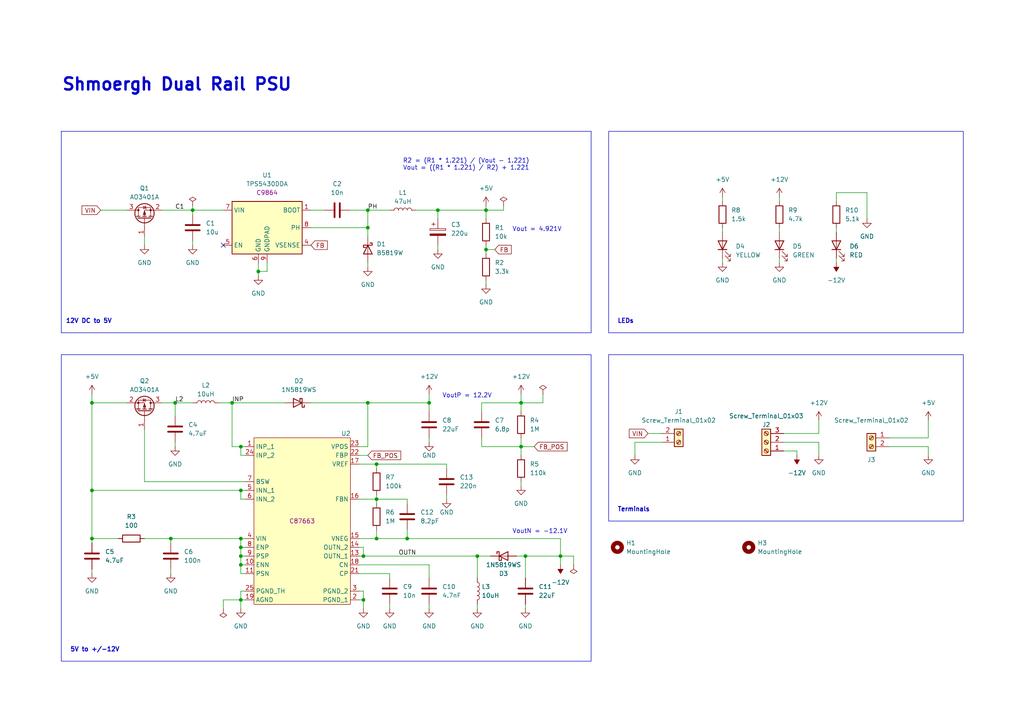
<source format=kicad_sch>
(kicad_sch (version 20230121) (generator eeschema)
  (paper "A4")
  (lib_symbols
    (symbol "Connector:Screw_Terminal_01x02" (pin_names (offset 1.016) hide)
      (property "Reference" "J" (at 0 2.54 0))
      (property "Value" "Screw_Terminal_01x02" (at 0 -5.08 0))
      (symbol "Screw_Terminal_01x02_1_1"
        (rectangle (start -1.27 1.27) (end 1.27 -3.81) (stroke (width 0.254)) (fill (type background)))
        (circle (center 0 -2.54) (radius 0.635) (stroke (width 0.1524)))
        (polyline (pts (xy -0.5334 -2.2098) (xy 0.3302 -3.048)) (stroke (width 0.1524)))
        (polyline (pts (xy -0.5334 0.3302) (xy 0.3302 -0.508)) (stroke (width 0.1524)))
        (polyline (pts (xy -0.3556 -2.032) (xy 0.508 -2.8702)) (stroke (width 0.1524)))
        (polyline (pts (xy -0.3556 0.508) (xy 0.508 -0.3302)) (stroke (width 0.1524)))
        (circle (center 0 0) (radius 0.635) (stroke (width 0.1524)))
        (pin passive line (at -5.08 0 0) (length 3.81) (name "Pin_1") (number "1"))
        (pin passive line (at -5.08 -2.54 0) (length 3.81) (name "Pin_2") (number "2"))
      )
    )
    (symbol "Connector:Screw_Terminal_01x03" (pin_names (offset 1.016) hide)
      (property "Reference" "J" (at 0 5.08 0))
      (property "Value" "Screw_Terminal_01x03" (at 0 -5.08 0))
      (symbol "Screw_Terminal_01x03_1_1"
        (rectangle (start -1.27 3.81) (end 1.27 -3.81) (stroke (width 0.254)) (fill (type background)))
        (circle (center 0 -2.54) (radius 0.635) (stroke (width 0.1524)))
        (polyline (pts (xy -0.5334 -2.2098) (xy 0.3302 -3.048)) (stroke (width 0.1524)))
        (polyline (pts (xy -0.5334 0.3302) (xy 0.3302 -0.508)) (stroke (width 0.1524)))
        (polyline (pts (xy -0.5334 2.8702) (xy 0.3302 2.032)) (stroke (width 0.1524)))
        (polyline (pts (xy -0.3556 -2.032) (xy 0.508 -2.8702)) (stroke (width 0.1524)))
        (polyline (pts (xy -0.3556 0.508) (xy 0.508 -0.3302)) (stroke (width 0.1524)))
        (polyline (pts (xy -0.3556 3.048) (xy 0.508 2.2098)) (stroke (width 0.1524)))
        (circle (center 0 0) (radius 0.635) (stroke (width 0.1524)))
        (circle (center 0 2.54) (radius 0.635) (stroke (width 0.1524)))
        (pin passive line (at -5.08 2.54 0) (length 3.81) (name "Pin_1") (number "1"))
        (pin passive line (at -5.08 0 0) (length 3.81) (name "Pin_2") (number "2"))
        (pin passive line (at -5.08 -2.54 0) (length 3.81) (name "Pin_3") (number "3"))
      )
    )
    (symbol "Device:C" (pin_numbers hide) (pin_names (offset 0.254))
      (property "Reference" "C" (at 0.635 2.54 0))
      (property "Value" "C" (at 0.635 -2.54 0))
      (symbol "C_0_1"
        (polyline (pts (xy -2.032 -0.762) (xy 2.032 -0.762)) (stroke (width 0.508)))
        (polyline (pts (xy -2.032 0.762) (xy 2.032 0.762)) (stroke (width 0.508)))
      )
      (symbol "C_1_1"
        (pin passive line (at 0 3.81 270) (length 2.794) (name "~") (number "1"))
        (pin passive line (at 0 -3.81 90) (length 2.794) (name "~") (number "2"))
      )
    )
    (symbol "Device:C_Polarized" (pin_numbers hide) (pin_names (offset 0.254))
      (property "Reference" "C" (at 0.635 2.54 0))
      (property "Value" "C_Polarized" (at 0.635 -2.54 0))
      (symbol "C_Polarized_0_1"
        (rectangle (start -2.286 0.508) (end 2.286 1.016))
        (polyline (pts (xy -1.778 2.286) (xy -0.762 2.286)))
        (polyline (pts (xy -1.27 2.794) (xy -1.27 1.778)))
        (rectangle (start 2.286 -0.508) (end -2.286 -1.016) (fill (type outline)))
      )
      (symbol "C_Polarized_1_1"
        (pin passive line (at 0 3.81 270) (length 2.794) (name "~") (number "1"))
        (pin passive line (at 0 -3.81 90) (length 2.794) (name "~") (number "2"))
      )
    )
    (symbol "Device:D_Schottky" (pin_numbers hide) (pin_names (offset 1.016) hide)
      (property "Reference" "D" (at 0 2.54 0))
      (property "Value" "D_Schottky" (at 0 -2.54 0))
      (symbol "D_Schottky_0_1"
        (polyline (pts (xy 1.27 0) (xy -1.27 0)))
        (polyline (pts (xy 1.27 1.27) (xy 1.27 -1.27) (xy -1.27 0) (xy 1.27 1.27)) (stroke (width 0.254)))
        (polyline (pts (xy -1.905 0.635) (xy -1.905 1.27) (xy -1.27 1.27) (xy -1.27 -1.27) (xy -0.635 -1.27) (xy -0.635 -0.635)) (stroke (width 0.254)))
      )
      (symbol "D_Schottky_1_1"
        (pin passive line (at -3.81 0 0) (length 2.54) (name "K") (number "1"))
        (pin passive line (at 3.81 0 180) (length 2.54) (name "A") (number "2"))
      )
    )
    (symbol "Device:L" (pin_numbers hide) (pin_names (offset 1.016) hide)
      (property "Reference" "L" (at -1.27 0 90))
      (property "Value" "L" (at 1.905 0 90))
      (symbol "L_0_1"
        (arc (start 0 -2.54) (mid 0.6323 -1.905) (end 0 -1.27))
        (arc (start 0 -1.27) (mid 0.6323 -0.635) (end 0 0))
        (arc (start 0 0) (mid 0.6323 0.635) (end 0 1.27))
        (arc (start 0 1.27) (mid 0.6323 1.905) (end 0 2.54))
      )
      (symbol "L_1_1"
        (pin passive line (at 0 3.81 270) (length 1.27) (name "1") (number "1"))
        (pin passive line (at 0 -3.81 90) (length 1.27) (name "2") (number "2"))
      )
    )
    (symbol "Device:LED" (pin_numbers hide) (pin_names (offset 1.016) hide)
      (property "Reference" "D" (at 0 2.54 0))
      (property "Value" "LED" (at 0 -2.54 0))
      (symbol "LED_0_1"
        (polyline (pts (xy -1.27 -1.27) (xy -1.27 1.27)) (stroke (width 0.254)))
        (polyline (pts (xy -1.27 0) (xy 1.27 0)))
        (polyline (pts (xy 1.27 -1.27) (xy 1.27 1.27) (xy -1.27 0) (xy 1.27 -1.27)) (stroke (width 0.254)))
        (polyline (pts (xy -3.048 -0.762) (xy -4.572 -2.286) (xy -3.81 -2.286) (xy -4.572 -2.286) (xy -4.572 -1.524)))
        (polyline (pts (xy -1.778 -0.762) (xy -3.302 -2.286) (xy -2.54 -2.286) (xy -3.302 -2.286) (xy -3.302 -1.524)))
      )
      (symbol "LED_1_1"
        (pin passive line (at -3.81 0 0) (length 2.54) (name "K") (number "1"))
        (pin passive line (at 3.81 0 180) (length 2.54) (name "A") (number "2"))
      )
    )
    (symbol "Device:R" (pin_numbers hide) (pin_names (offset 0))
      (property "Reference" "R" (at 2.032 0 90))
      (property "Value" "R" (at 0 0 90))
      (symbol "R_0_1"
        (rectangle (start -1.016 -2.54) (end 1.016 2.54) (stroke (width 0.254)))
      )
      (symbol "R_1_1"
        (pin passive line (at 0 3.81 270) (length 1.27) (name "~") (number "1"))
        (pin passive line (at 0 -3.81 90) (length 1.27) (name "~") (number "2"))
      )
    )
    (symbol "Diode:B340" (pin_numbers hide) (pin_names (offset 1.016) hide)
      (property "Reference" "D" (at 0 2.54 0))
      (property "Value" "B340" (at 0 -2.54 0))
      (symbol "B340_0_1"
        (polyline (pts (xy 1.27 0) (xy -1.27 0)))
        (polyline (pts (xy 1.27 1.27) (xy 1.27 -1.27) (xy -1.27 0) (xy 1.27 1.27)) (stroke (width 0.254)))
        (polyline (pts (xy -1.905 0.635) (xy -1.905 1.27) (xy -1.27 1.27) (xy -1.27 -1.27) (xy -0.635 -1.27) (xy -0.635 -0.635)) (stroke (width 0.254)))
      )
      (symbol "B340_1_1"
        (pin passive line (at -3.81 0 0) (length 2.54) (name "K") (number "1"))
        (pin passive line (at 3.81 0 180) (length 2.54) (name "A") (number "2"))
      )
    )
    (symbol "Mechanical:MountingHole" (pin_names (offset 1.016))
      (property "Reference" "H" (at 0 5.08 0))
      (property "Value" "MountingHole" (at 0 3.175 0))
      (symbol "MountingHole_0_1"
        (circle (center 0 0) (radius 1.27) (stroke (width 1.27)))
      )
    )
    (symbol "Shmoergh-JLC-Components:TPS5430DDA"
      (property "Reference" "U" (at -10.16 8.89 0))
      (property "Value" "TPS5430DDA" (at -1.27 8.89 0))
      (property "LCSC" "C9864" (at 0 0 0))
      (symbol "TPS5430DDA_0_1"
        (rectangle (start -10.16 7.62) (end 10.16 -7.62) (stroke (width 0.254)) (fill (type background)))
      )
      (symbol "TPS5430DDA_1_1"
        (pin input line (at 12.7 5.08 180) (length 2.54) (name "BOOT") (number "1"))
        (pin no_connect line (at -10.16 2.54 0) (length 2.54) hide (name "NC") (number "2"))
        (pin no_connect line (at -10.16 -2.54 0) (length 2.54) hide (name "NC") (number "3"))
        (pin input line (at 12.7 -5.08 180) (length 2.54) (name "VSENSE") (number "4"))
        (pin input line (at -12.7 -5.08 0) (length 2.54) (name "EN") (number "5"))
        (pin power_in line (at -2.54 -10.16 90) (length 2.54) (name "GND") (number "6"))
        (pin power_in line (at -12.7 5.08 0) (length 2.54) (name "VIN") (number "7"))
        (pin output line (at 12.7 0 180) (length 2.54) (name "PH") (number "8"))
        (pin power_in line (at 0 -10.16 90) (length 2.54) (name "GNDPAD") (number "9"))
      )
    )
    (symbol "Shmoergh-JLC-Components:TPS65131RGER (Schematic)"
      (property "Reference" "U" (at 11.43 25.4 0))
      (property "Value" "TPS65131RGER (Schematic)" (at 1.27 33.02 0))
      (property "LCSC" "C87663" (at -6.35 25.4 0))
      (symbol "TPS65131RGER (Schematic)_1_1"
        (rectangle (start -13.97 24.13) (end 13.97 -24.13) (fill (type background)))
        (pin input line (at -16.51 21.59 0) (length 2.54) (name "INP_1") (number "1"))
        (pin input line (at -16.51 -12.7 0) (length 2.54) (name "ENN") (number "10"))
        (pin input line (at -16.51 -15.24 0) (length 2.54) (name "PSN") (number "11"))
        (pin no_connect line (at 16.51 13.97 180) (length 2.54) hide (name "NC1") (number "12"))
        (pin output line (at 16.51 -10.16 180) (length 2.54) (name "OUTN_1") (number "13"))
        (pin output line (at 16.51 -7.62 180) (length 2.54) (name "OUTN_2") (number "14"))
        (pin input line (at 16.51 -5.08 180) (length 2.54) (name "VNEG") (number "15"))
        (pin input line (at 16.51 6.35 180) (length 2.54) (name "FBN") (number "16"))
        (pin output line (at 16.51 16.51 180) (length 2.54) (name "VREF") (number "17"))
        (pin passive line (at 16.51 -12.7 180) (length 2.54) (name "CN") (number "18"))
        (pin power_in line (at -16.51 -22.86 0) (length 2.54) (name "AGND") (number "19"))
        (pin power_in line (at 16.51 -22.86 180) (length 2.54) (name "PGND_1") (number "2"))
        (pin no_connect line (at 16.51 11.43 180) (length 2.54) hide (name "NC2") (number "20"))
        (pin passive line (at 16.51 -15.24 180) (length 2.54) (name "CP") (number "21"))
        (pin input line (at 16.51 19.05 180) (length 2.54) (name "FBP") (number "22"))
        (pin input line (at 16.51 21.59 180) (length 2.54) (name "VPOS") (number "23"))
        (pin input line (at -16.51 19.05 0) (length 2.54) (name "INP_2") (number "24"))
        (pin power_in line (at -16.51 -20.32 0) (length 2.54) (name "PGND_TH") (number "25"))
        (pin power_in line (at 16.51 -20.32 180) (length 2.54) (name "PGND_2") (number "3"))
        (pin input line (at -16.51 -5.08 0) (length 2.54) (name "VIN") (number "4"))
        (pin input line (at -16.51 8.89 0) (length 2.54) (name "INN_1") (number "5"))
        (pin input line (at -16.51 6.35 0) (length 2.54) (name "INN_2") (number "6"))
        (pin output line (at -16.51 11.43 0) (length 2.54) (name "BSW") (number "7"))
        (pin input line (at -16.51 -7.62 0) (length 2.54) (name "ENP") (number "8"))
        (pin input line (at -16.51 -10.16 0) (length 2.54) (name "PSP") (number "9"))
      )
    )
    (symbol "Transistor_FET:AO3401A" (pin_names hide)
      (property "Reference" "Q" (at 5.08 1.905 0))
      (property "Value" "AO3401A" (at 5.08 0 0))
      (symbol "AO3401A_0_1"
        (polyline (pts (xy 0.254 0) (xy -2.54 0)))
        (polyline (pts (xy 0.254 1.905) (xy 0.254 -1.905)) (stroke (width 0.254)))
        (polyline (pts (xy 0.762 -1.27) (xy 0.762 -2.286)) (stroke (width 0.254)))
        (polyline (pts (xy 0.762 0.508) (xy 0.762 -0.508)) (stroke (width 0.254)))
        (polyline (pts (xy 0.762 2.286) (xy 0.762 1.27)) (stroke (width 0.254)))
        (polyline (pts (xy 2.54 2.54) (xy 2.54 1.778)))
        (polyline (pts (xy 2.54 -2.54) (xy 2.54 0) (xy 0.762 0)))
        (polyline (pts (xy 0.762 1.778) (xy 3.302 1.778) (xy 3.302 -1.778) (xy 0.762 -1.778)))
        (polyline (pts (xy 2.286 0) (xy 1.27 0.381) (xy 1.27 -0.381) (xy 2.286 0)) (fill (type outline)))
        (polyline (pts (xy 2.794 -0.508) (xy 2.921 -0.381) (xy 3.683 -0.381) (xy 3.81 -0.254)))
        (polyline (pts (xy 3.302 -0.381) (xy 2.921 0.254) (xy 3.683 0.254) (xy 3.302 -0.381)))
        (circle (center 1.651 0) (radius 2.794) (stroke (width 0.254)))
        (circle (center 2.54 -1.778) (radius 0.254) (fill (type outline)))
        (circle (center 2.54 1.778) (radius 0.254) (fill (type outline)))
      )
      (symbol "AO3401A_1_1"
        (pin input line (at -5.08 0 0) (length 2.54) (name "G") (number "1"))
        (pin passive line (at 2.54 -5.08 90) (length 2.54) (name "S") (number "2"))
        (pin passive line (at 2.54 5.08 270) (length 2.54) (name "D") (number "3"))
      )
    )
    (symbol "power:+12V" (power) (pin_names (offset 0))
      (property "Value" "+12V" (at 0 3.556 0))
      (symbol "+12V_0_1"
        (polyline (pts (xy -0.762 1.27) (xy 0 2.54)))
        (polyline (pts (xy 0 0) (xy 0 2.54)))
        (polyline (pts (xy 0 2.54) (xy 0.762 1.27)))
      )
      (symbol "+12V_1_1"
        (pin power_in line (at 0 0 90) (length 0) hide (name "+12V") (number "1"))
      )
    )
    (symbol "power:+5V" (power) (pin_names (offset 0))
      (property "Value" "+5V" (at 0 3.556 0))
      (symbol "+5V_0_1"
        (polyline (pts (xy -0.762 1.27) (xy 0 2.54)))
        (polyline (pts (xy 0 0) (xy 0 2.54)))
        (polyline (pts (xy 0 2.54) (xy 0.762 1.27)))
      )
      (symbol "+5V_1_1"
        (pin power_in line (at 0 0 90) (length 0) hide (name "+5V") (number "1"))
      )
    )
    (symbol "power:-12V" (power) (pin_names (offset 0))
      (property "Value" "-12V" (at 0 3.81 0))
      (symbol "-12V_0_0"
        (pin power_in line (at 0 0 90) (length 0) hide (name "-12V") (number "1"))
      )
      (symbol "-12V_0_1"
        (polyline (pts (xy 0 0) (xy 0 1.27) (xy 0.762 1.27) (xy 0 2.54) (xy -0.762 1.27) (xy 0 1.27)) (fill (type outline)))
      )
    )
    (symbol "power:GND" (power) (pin_names (offset 0))
      (property "Value" "GND" (at 0 -3.81 0))
      (symbol "GND_0_1"
        (polyline (pts (xy 0 0) (xy 0 -1.27) (xy 1.27 -1.27) (xy 0 -2.54) (xy -1.27 -1.27) (xy 0 -1.27)))
      )
      (symbol "GND_1_1"
        (pin power_in line (at 0 0 270) (length 0) hide (name "GND") (number "1"))
      )
    )
    (symbol "power:PWR_FLAG" (power) (pin_numbers hide) (pin_names (offset 0) hide)
      (property "Value" "PWR_FLAG" (at 0 3.81 0))
      (symbol "PWR_FLAG_0_0"
        (pin power_out line (at 0 0 90) (length 0) (name "pwr") (number "1"))
      )
      (symbol "PWR_FLAG_0_1"
        (polyline (pts (xy 0 0) (xy 0 1.27) (xy -1.016 1.905) (xy 0 2.54) (xy 1.016 1.905) (xy 0 1.27)))
      )
    )
  )
  (junction (at 49.53 156.21))
  (junction (at 55.88 60.96))
  (junction (at 69.85 173.99))
  (junction (at 106.68 60.96))
  (junction (at 105.41 161.29))
  (junction (at 50.8 116.84))
  (junction (at 106.68 66.04))
  (junction (at 69.85 163.83))
  (junction (at 140.97 72.39))
  (junction (at 106.68 116.84))
  (junction (at 69.85 129.54))
  (junction (at 118.11 156.21))
  (junction (at 152.4 161.29))
  (junction (at 109.22 134.62))
  (junction (at 151.13 116.84))
  (junction (at 109.22 156.21))
  (junction (at 162.56 161.29))
  (junction (at 69.85 161.29))
  (junction (at 67.31 116.84))
  (junction (at 26.67 156.21))
  (junction (at 138.43 161.29))
  (junction (at 69.85 156.21))
  (junction (at 26.67 142.24))
  (junction (at 69.85 142.24))
  (junction (at 69.85 158.75))
  (junction (at 109.22 144.78))
  (junction (at 127 60.96))
  (junction (at 26.67 116.84))
  (junction (at 140.97 60.96))
  (junction (at 151.13 129.54))
  (junction (at 124.46 116.84))
  (junction (at 105.41 173.99))
  (junction (at 74.93 78.74))
  (no_connect (at 64.77 71.12))
  (wire (pts (xy 105.41 161.29) (xy 138.43 161.29)))
  (wire (pts (xy 269.24 127) (xy 269.24 121.92)))
  (wire (pts (xy 139.7 116.84) (xy 151.13 116.84)))
  (wire (pts (xy 106.68 116.84) (xy 124.46 116.84)))
  (polyline (pts (xy 17.78 38.1) (xy 17.78 96.52)))
  (wire (pts (xy 69.85 163.83) (xy 69.85 161.29)))
  (wire (pts (xy 209.55 57.15) (xy 209.55 58.42)))
  (wire (pts (xy 138.43 161.29) (xy 142.24 161.29)))
  (wire (pts (xy 64.77 173.99) (xy 69.85 173.99)))
  (wire (pts (xy 140.97 72.39) (xy 143.51 72.39)))
  (wire (pts (xy 69.85 132.08) (xy 69.85 129.54)))
  (wire (pts (xy 46.99 116.84) (xy 50.8 116.84)))
  (wire (pts (xy 55.88 60.96) (xy 55.88 62.23)))
  (wire (pts (xy 55.88 69.85) (xy 55.88 71.12)))
  (wire (pts (xy 139.7 119.38) (xy 139.7 116.84)))
  (wire (pts (xy 64.77 60.96) (xy 55.88 60.96)))
  (wire (pts (xy 106.68 76.2) (xy 106.68 77.47)))
  (wire (pts (xy 146.05 60.96) (xy 140.97 60.96)))
  (wire (pts (xy 113.03 166.37) (xy 113.03 167.64)))
  (wire (pts (xy 237.49 121.92) (xy 237.49 125.73)))
  (wire (pts (xy 105.41 173.99) (xy 105.41 176.53)))
  (wire (pts (xy 269.24 132.08) (xy 269.24 129.54)))
  (wire (pts (xy 26.67 142.24) (xy 69.85 142.24)))
  (wire (pts (xy 151.13 129.54) (xy 154.94 129.54)))
  (wire (pts (xy 104.14 132.08) (xy 106.68 132.08)))
  (wire (pts (xy 151.13 114.3) (xy 151.13 116.84)))
  (wire (pts (xy 69.85 173.99) (xy 71.12 173.99)))
  (wire (pts (xy 50.8 128.27) (xy 50.8 129.54)))
  (wire (pts (xy 105.41 158.75) (xy 105.41 161.29)))
  (wire (pts (xy 140.97 71.12) (xy 140.97 72.39)))
  (polyline (pts (xy 171.45 96.52) (xy 17.78 96.52)))
  (wire (pts (xy 26.67 142.24) (xy 26.67 156.21)))
  (wire (pts (xy 124.46 167.64) (xy 124.46 163.83)))
  (wire (pts (xy 139.7 129.54) (xy 151.13 129.54)))
  (wire (pts (xy 29.21 60.96) (xy 36.83 60.96)))
  (wire (pts (xy 269.24 129.54) (xy 257.81 129.54)))
  (wire (pts (xy 124.46 175.26) (xy 124.46 176.53)))
  (wire (pts (xy 118.11 144.78) (xy 109.22 144.78)))
  (wire (pts (xy 106.68 68.58) (xy 106.68 66.04)))
  (wire (pts (xy 149.86 161.29) (xy 152.4 161.29)))
  (wire (pts (xy 109.22 144.78) (xy 109.22 143.51)))
  (wire (pts (xy 69.85 176.53) (xy 69.85 173.99)))
  (wire (pts (xy 26.67 156.21) (xy 26.67 157.48)))
  (wire (pts (xy 151.13 127) (xy 151.13 129.54)))
  (wire (pts (xy 71.12 171.45) (xy 69.85 171.45)))
  (wire (pts (xy 69.85 161.29) (xy 69.85 158.75)))
  (wire (pts (xy 226.06 66.04) (xy 226.06 67.31)))
  (wire (pts (xy 140.97 81.28) (xy 140.97 82.55)))
  (wire (pts (xy 41.91 156.21) (xy 49.53 156.21)))
  (wire (pts (xy 104.14 171.45) (xy 105.41 171.45)))
  (wire (pts (xy 157.48 114.3) (xy 157.48 116.84)))
  (wire (pts (xy 69.85 163.83) (xy 71.12 163.83)))
  (wire (pts (xy 26.67 114.3) (xy 26.67 116.84)))
  (wire (pts (xy 50.8 116.84) (xy 55.88 116.84)))
  (wire (pts (xy 41.91 68.58) (xy 41.91 71.12)))
  (wire (pts (xy 152.4 161.29) (xy 152.4 167.64)))
  (wire (pts (xy 146.05 59.69) (xy 146.05 60.96)))
  (wire (pts (xy 69.85 156.21) (xy 71.12 156.21)))
  (polyline (pts (xy 17.78 38.1) (xy 171.45 38.1)))
  (wire (pts (xy 151.13 139.7) (xy 151.13 140.97)))
  (wire (pts (xy 26.67 116.84) (xy 36.83 116.84)))
  (wire (pts (xy 127 71.12) (xy 127 72.39)))
  (wire (pts (xy 109.22 153.67) (xy 109.22 156.21)))
  (wire (pts (xy 162.56 163.83) (xy 162.56 161.29)))
  (wire (pts (xy 129.54 134.62) (xy 129.54 135.89)))
  (wire (pts (xy 101.6 60.96) (xy 106.68 60.96)))
  (wire (pts (xy 140.97 72.39) (xy 140.97 73.66)))
  (wire (pts (xy 157.48 116.84) (xy 151.13 116.84)))
  (wire (pts (xy 41.91 124.46) (xy 41.91 139.7)))
  (wire (pts (xy 138.43 175.26) (xy 138.43 176.53)))
  (wire (pts (xy 184.15 128.27) (xy 191.77 128.27)))
  (wire (pts (xy 41.91 139.7) (xy 71.12 139.7)))
  (wire (pts (xy 74.93 78.74) (xy 74.93 80.01)))
  (wire (pts (xy 69.85 171.45) (xy 69.85 173.99)))
  (wire (pts (xy 109.22 134.62) (xy 129.54 134.62)))
  (wire (pts (xy 237.49 128.27) (xy 237.49 132.08)))
  (wire (pts (xy 67.31 116.84) (xy 67.31 129.54)))
  (wire (pts (xy 166.37 163.83) (xy 166.37 161.29)))
  (wire (pts (xy 226.06 57.15) (xy 226.06 58.42)))
  (wire (pts (xy 69.85 129.54) (xy 71.12 129.54)))
  (wire (pts (xy 151.13 129.54) (xy 151.13 132.08)))
  (wire (pts (xy 104.14 144.78) (xy 109.22 144.78)))
  (wire (pts (xy 124.46 114.3) (xy 124.46 116.84)))
  (wire (pts (xy 71.12 144.78) (xy 69.85 144.78)))
  (wire (pts (xy 227.33 128.27) (xy 237.49 128.27)))
  (wire (pts (xy 104.14 134.62) (xy 109.22 134.62)))
  (wire (pts (xy 46.99 60.96) (xy 55.88 60.96)))
  (wire (pts (xy 237.49 125.73) (xy 227.33 125.73)))
  (wire (pts (xy 162.56 161.29) (xy 152.4 161.29)))
  (wire (pts (xy 127 60.96) (xy 127 63.5)))
  (wire (pts (xy 55.88 59.69) (xy 55.88 60.96)))
  (wire (pts (xy 69.85 144.78) (xy 69.85 142.24)))
  (wire (pts (xy 69.85 161.29) (xy 71.12 161.29)))
  (wire (pts (xy 26.67 116.84) (xy 26.67 142.24)))
  (wire (pts (xy 105.41 161.29) (xy 104.14 161.29)))
  (wire (pts (xy 118.11 153.67) (xy 118.11 156.21)))
  (wire (pts (xy 105.41 171.45) (xy 105.41 173.99)))
  (wire (pts (xy 106.68 129.54) (xy 104.14 129.54)))
  (wire (pts (xy 90.17 60.96) (xy 93.98 60.96)))
  (wire (pts (xy 152.4 175.26) (xy 152.4 176.53)))
  (wire (pts (xy 67.31 129.54) (xy 69.85 129.54)))
  (wire (pts (xy 124.46 127) (xy 124.46 128.27)))
  (wire (pts (xy 26.67 165.1) (xy 26.67 166.37)))
  (wire (pts (xy 104.14 156.21) (xy 109.22 156.21)))
  (wire (pts (xy 106.68 60.96) (xy 113.03 60.96)))
  (wire (pts (xy 151.13 116.84) (xy 151.13 119.38)))
  (wire (pts (xy 242.57 66.04) (xy 242.57 67.31)))
  (wire (pts (xy 71.12 132.08) (xy 69.85 132.08)))
  (wire (pts (xy 74.93 76.2) (xy 74.93 78.74)))
  (wire (pts (xy 120.65 60.96) (xy 127 60.96)))
  (wire (pts (xy 140.97 59.69) (xy 140.97 60.96)))
  (wire (pts (xy 49.53 156.21) (xy 49.53 157.48)))
  (wire (pts (xy 104.14 158.75) (xy 105.41 158.75)))
  (wire (pts (xy 63.5 116.84) (xy 67.31 116.84)))
  (wire (pts (xy 90.17 66.04) (xy 106.68 66.04)))
  (wire (pts (xy 104.14 166.37) (xy 113.03 166.37)))
  (wire (pts (xy 90.17 116.84) (xy 106.68 116.84)))
  (wire (pts (xy 209.55 66.04) (xy 209.55 67.31)))
  (wire (pts (xy 118.11 146.05) (xy 118.11 144.78)))
  (wire (pts (xy 242.57 55.88) (xy 242.57 58.42)))
  (wire (pts (xy 242.57 55.88) (xy 251.46 55.88)))
  (wire (pts (xy 166.37 161.29) (xy 162.56 161.29)))
  (wire (pts (xy 69.85 142.24) (xy 71.12 142.24)))
  (wire (pts (xy 118.11 156.21) (xy 162.56 156.21)))
  (wire (pts (xy 77.47 76.2) (xy 77.47 78.74)))
  (wire (pts (xy 50.8 116.84) (xy 50.8 120.65)))
  (wire (pts (xy 162.56 156.21) (xy 162.56 161.29)))
  (wire (pts (xy 187.96 125.73) (xy 191.77 125.73)))
  (wire (pts (xy 127 60.96) (xy 140.97 60.96)))
  (wire (pts (xy 124.46 163.83) (xy 104.14 163.83)))
  (wire (pts (xy 113.03 175.26) (xy 113.03 176.53)))
  (wire (pts (xy 231.14 130.81) (xy 227.33 130.81)))
  (wire (pts (xy 105.41 173.99) (xy 104.14 173.99)))
  (wire (pts (xy 67.31 116.84) (xy 82.55 116.84)))
  (wire (pts (xy 109.22 144.78) (xy 109.22 146.05)))
  (wire (pts (xy 71.12 166.37) (xy 69.85 166.37)))
  (wire (pts (xy 184.15 132.08) (xy 184.15 128.27)))
  (wire (pts (xy 138.43 161.29) (xy 138.43 167.64)))
  (wire (pts (xy 49.53 165.1) (xy 49.53 166.37)))
  (polyline (pts (xy 171.45 38.1) (xy 171.45 96.52)))
  (wire (pts (xy 226.06 74.93) (xy 226.06 76.2)))
  (wire (pts (xy 26.67 156.21) (xy 34.29 156.21)))
  (wire (pts (xy 106.68 116.84) (xy 106.68 129.54)))
  (wire (pts (xy 69.85 158.75) (xy 71.12 158.75)))
  (wire (pts (xy 64.77 176.53) (xy 64.77 173.99)))
  (wire (pts (xy 251.46 55.88) (xy 251.46 63.5)))
  (wire (pts (xy 69.85 166.37) (xy 69.85 163.83)))
  (wire (pts (xy 242.57 74.93) (xy 242.57 76.2)))
  (wire (pts (xy 209.55 74.93) (xy 209.55 76.2)))
  (wire (pts (xy 77.47 78.74) (xy 74.93 78.74)))
  (wire (pts (xy 129.54 143.51) (xy 129.54 144.78)))
  (wire (pts (xy 257.81 127) (xy 269.24 127)))
  (wire (pts (xy 109.22 156.21) (xy 118.11 156.21)))
  (wire (pts (xy 231.14 132.08) (xy 231.14 130.81)))
  (wire (pts (xy 106.68 60.96) (xy 106.68 66.04)))
  (wire (pts (xy 109.22 134.62) (xy 109.22 135.89)))
  (wire (pts (xy 69.85 158.75) (xy 69.85 156.21)))
  (wire (pts (xy 124.46 116.84) (xy 124.46 119.38)))
  (wire (pts (xy 140.97 60.96) (xy 140.97 63.5)))
  (wire (pts (xy 139.7 127) (xy 139.7 129.54)))
  (wire (pts (xy 49.53 156.21) (xy 69.85 156.21)))
  (rectangle (start 176.53 102.87) (end 279.4 151.13))
  (rectangle (start 176.53 38.1) (end 279.4 96.52))
  (rectangle (start 17.78 102.87) (end 171.45 191.77))
  (text "R2 = (R1 * 1.221) / (Vout - 1.221)\nVout = ((R1 * 1.221) / R2) + 1.221" (at 116.84 49.53 0) (effects (font (size 1.27 1.27)) (justify left bottom)))
  (text "Terminals" (at 179.07 148.59 0) (effects (font (size 1.27 1.27) (thickness 0.254) bold) (justify left bottom)))
  (text "VoutN = -12.1V" (at 148.59 154.94 0) (effects (font (size 1.27 1.27)) (justify left bottom)))
  (text "LEDs" (at 179.07 93.98 0) (effects (font (size 1.27 1.27) (thickness 0.254) bold) (justify left bottom)))
  (text "Vout = 4.921V" (at 148.59 67.31 0) (effects (font (size 1.27 1.27)) (justify left bottom)))
  (text "VoutP = 12.2V" (at 128.27 115.57 0) (effects (font (size 1.27 1.27)) (justify left bottom)))
  (text "12V DC to 5V" (at 19.05 93.98 0) (effects (font (size 1.27 1.27) (thickness 0.254) bold) (justify left bottom)))
  (text "5V to +/-12V" (at 20.32 189.23 0) (effects (font (size 1.27 1.27) (thickness 0.254) bold) (justify left bottom)))
  (text "Shmoergh Dual Rail PSU" (at 17.78 26.67 0) (effects (font (size 3.5 3.5) (thickness 0.7) bold) (justify left bottom)))
  (label "L2" (at 50.8 116.84 0))
  (label "INP" (at 67.31 116.84 0))
  (label "PH" (at 106.68 60.96 0))
  (label "OUTN" (at 115.57 161.29 0))
  (label "C1" (at 50.8 60.96 0))
  (global_label "FB" (shape input) (at 90.17 71.12 0) (property "Intersheetrefs" "${INTERSHEET_REFS}" (effects hide)))
  (global_label "FB" (shape input) (at 143.51 72.39 0) (property "Intersheetrefs" "${INTERSHEET_REFS}" (effects hide)))
  (global_label "VIN" (shape input) (at 29.21 60.96 180) (property "Intersheetrefs" "${INTERSHEET_REFS}" (effects hide)))
  (global_label "VIN" (shape input) (at 187.96 125.73 180) (property "Intersheetrefs" "${INTERSHEET_REFS}" (effects hide)))
  (global_label "FB_POS" (shape input) (at 106.68 132.08 0) (property "Intersheetrefs" "${INTERSHEET_REFS}" (effects hide)))
  (global_label "FB_POS" (shape input) (at 154.94 129.54 0) (property "Intersheetrefs" "${INTERSHEET_REFS}" (effects hide)))
  (symbol (lib_id "Transistor_FET:AO3401A") (at 41.91 119.38 270) (mirror x) (unit 1)
    (property "Reference" "Q2" (at 41.91 110.49 90))
    (property "Value" "AO3401A" (at 41.91 113.03 90))
    (property "Footprint" "Package_TO_SOT_SMD:SOT-23" (effects hide))
    (property "Datasheet" "http://www.aosmd.com/pdfs/datasheet/AO3401A.pdf" (effects hide))
    (property "LCSC" "C15127" (effects hide))
  )
  (symbol (lib_id "Device:R") (at 242.57 62.23 0) (unit 1)
    (property "Reference" "R10" (at 245.11 60.96 0) (effects (justify left)))
    (property "Value" "5.1k" (at 245.11 63.5 0) (effects (justify left)))
    (property "Footprint" "Resistor_SMD:R_0402_1005Metric" (effects hide))
    (property "LCSC" "C25905" (effects hide))
  )
  (symbol (lib_id "power:GND") (at 124.46 176.53 0) (unit 1)
    (property "Reference" "#PWR019" (effects hide))
    (property "Value" "GND" (at 124.46 181.61 0))
  )
  (symbol (lib_id "power:GND") (at 113.03 176.53 0) (unit 1)
    (property "Reference" "#PWR018" (effects hide))
    (property "Value" "GND" (at 113.03 181.61 0))
  )
  (symbol (lib_id "power:-12V") (at 242.57 76.2 180) (unit 1)
    (property "Reference" "#PWR028" (effects hide))
    (property "Value" "-12V" (at 242.57 81.28 0))
  )
  (symbol (lib_id "power:GND") (at 129.54 144.78 0) (unit 1)
    (property "Reference" "#PWR024" (effects hide))
    (property "Value" "GND" (at 129.54 148.59 0))
  )
  (symbol (lib_id "power:+12V") (at 151.13 114.3 0) (unit 1)
    (property "Reference" "#PWR015" (effects hide))
    (property "Value" "+12V" (at 151.13 109.22 0))
  )
  (symbol (lib_id "Device:D_Schottky") (at 146.05 161.29 0) (unit 1)
    (property "Reference" "D3" (at 146.05 166.37 0))
    (property "Value" "1N5819WS" (at 146.05 163.83 0))
    (property "Footprint" "Diode_SMD:D_SOD-123" (effects hide))
    (property "LCSC" "C191023" (effects hide))
  )
  (symbol (lib_id "Device:R") (at 38.1 156.21 90) (unit 1)
    (property "Reference" "R3" (at 38.1 149.86 90))
    (property "Value" "100" (at 38.1 152.4 90))
    (property "Footprint" "Resistor_SMD:R_0603_1608Metric" (effects hide))
    (property "LCSC" "C22775" (effects hide))
  )
  (symbol (lib_id "Device:R") (at 140.97 77.47 0) (unit 1)
    (property "Reference" "R2" (at 143.51 76.2 0) (effects (justify left)))
    (property "Value" "3.3k" (at 143.51 78.74 0) (effects (justify left)))
    (property "Footprint" "Resistor_SMD:R_0603_1608Metric" (effects hide))
    (property "LCSC" "C22978" (effects hide))
  )
  (symbol (lib_id "Device:C") (at 49.53 161.29 0) (unit 1)
    (property "Reference" "C6" (at 53.34 160.02 0) (effects (justify left)))
    (property "Value" "100n" (at 53.34 162.56 0) (effects (justify left)))
    (property "Footprint" "Capacitor_SMD:C_0402_1005Metric" (effects hide))
    (property "LCSC" "C307331" (effects hide))
  )
  (symbol (lib_id "Diode:B340") (at 106.68 72.39 270) (unit 1)
    (property "Reference" "D1" (at 109.22 70.8025 90) (effects (justify left)))
    (property "Value" "B5819W" (at 109.22 73.3425 90) (effects (justify left)))
    (property "Footprint" "Diode_SMD:D_SOD-123" (effects hide))
    (property "Datasheet" "http://www.jameco.com/Jameco/Products/ProdDS/1538777.pdf" (effects hide))
    (property "LCSC" "C8598" (effects hide))
  )
  (symbol (lib_id "power:+5V") (at 140.97 59.69 0) (unit 1)
    (property "Reference" "#PWR07" (effects hide))
    (property "Value" "+5V" (at 140.97 54.61 0))
  )
  (symbol (lib_id "Shmoergh-JLC-Components:TPS65131RGER (Schematic)") (at 87.63 151.13 0) (unit 1)
    (property "Reference" "U2" (at 100.33 125.73 0))
    (property "Value" "TPS65131RGER" (effects hide))
    (property "Footprint" "Package_DFN_QFN:QFN-24-1EP_4x4mm_P0.5mm_EP2.6x2.6mm" (effects hide))
    (property "Datasheet" "https://www.ti.com/lit/ds/symlink/tps65131.pdf" (effects hide))
    (property "LCSC" "C87663" (at 87.63 151.13 0))
  )
  (symbol (lib_id "power:GND") (at 269.24 132.08 0) (unit 1)
    (property "Reference" "#PWR033" (effects hide))
    (property "Value" "GND" (at 269.24 137.16 0))
  )
  (symbol (lib_id "Transistor_FET:AO3401A") (at 41.91 63.5 90) (unit 1)
    (property "Reference" "Q1" (at 41.91 54.61 90))
    (property "Value" "AO3401A" (at 41.91 57.15 90))
    (property "Footprint" "Package_TO_SOT_SMD:SOT-23" (effects hide))
    (property "Datasheet" "http://www.aosmd.com/pdfs/datasheet/AO3401A.pdf" (effects hide))
    (property "LCSC" "C15127" (effects hide))
  )
  (symbol (lib_id "Device:R") (at 151.13 123.19 0) (unit 1)
    (property "Reference" "R4" (at 153.67 121.92 0) (effects (justify left)))
    (property "Value" "1M" (at 153.67 124.46 0) (effects (justify left)))
    (property "Footprint" "Resistor_SMD:R_0603_1608Metric" (effects hide))
    (property "LCSC" "C22935" (effects hide))
  )
  (symbol (lib_id "Device:C") (at 97.79 60.96 90) (unit 1)
    (property "Reference" "C2" (at 97.79 53.34 90))
    (property "Value" "10n" (at 97.79 55.88 90))
    (property "Footprint" "Capacitor_SMD:C_0402_1005Metric" (effects hide))
    (property "LCSC" "C15195" (effects hide))
  )
  (symbol (lib_id "Connector:Screw_Terminal_01x03") (at 222.25 128.27 180) (unit 1) (in_bom no)
    (property "Reference" "J2" (at 222.25 123.19 0))
    (property "Value" "Screw_Terminal_01x03" (at 222.25 120.65 0))
    (property "Footprint" "TerminalBlock_Phoenix:TerminalBlock_Phoenix_MKDS-1,5-3_1x03_P5.00mm_Horizontal" (effects hide))
  )
  (symbol (lib_id "power:GND") (at 140.97 82.55 0) (unit 1)
    (property "Reference" "#PWR06" (effects hide))
    (property "Value" "GND" (at 140.97 87.63 0))
  )
  (symbol (lib_id "power:GND") (at 69.85 176.53 0) (unit 1)
    (property "Reference" "#PWR012" (effects hide))
    (property "Value" "GND" (at 69.85 181.61 0))
  )
  (symbol (lib_id "Device:LED") (at 226.06 71.12 90) (unit 1)
    (property "Reference" "D5" (at 229.87 71.4375 90) (effects (justify right)))
    (property "Value" "GREEN" (at 229.87 73.9775 90) (effects (justify right)))
    (property "Footprint" "LED_SMD:LED_0603_1608Metric" (effects hide))
    (property "LCSC" "C72043" (effects hide))
  )
  (symbol (lib_id "power:-12V") (at 162.56 163.83 180) (unit 1)
    (property "Reference" "#PWR022" (effects hide))
    (property "Value" "-12V" (at 162.56 168.91 0))
  )
  (symbol (lib_id "power:+12V") (at 237.49 121.92 0) (unit 1)
    (property "Reference" "#PWR030" (effects hide))
    (property "Value" "+12V" (at 237.49 116.84 0))
  )
  (symbol (lib_id "Device:D_Schottky") (at 86.36 116.84 180) (unit 1)
    (property "Reference" "D2" (at 86.6775 110.49 0))
    (property "Value" "1N5819WS" (at 86.6775 113.03 0))
    (property "Footprint" "Diode_SMD:D_SOD-123" (effects hide))
    (property "LCSC" "C191023" (effects hide))
  )
  (symbol (lib_id "Device:C") (at 124.46 123.19 0) (unit 1)
    (property "Reference" "C8" (at 128.27 121.92 0) (effects (justify left)))
    (property "Value" "22uF" (at 128.27 124.46 0) (effects (justify left)))
    (property "Footprint" "Capacitor_SMD:C_0805_2012Metric" (effects hide))
    (property "LCSC" "C45783" (effects hide))
  )
  (symbol (lib_id "Device:R") (at 109.22 149.86 0) (unit 1)
    (property "Reference" "R6" (at 111.76 148.59 0) (effects (justify left)))
    (property "Value" "1M" (at 111.76 151.13 0) (effects (justify left)))
    (property "Footprint" "Resistor_SMD:R_0603_1608Metric" (effects hide))
    (property "LCSC" "C22935" (effects hide))
  )
  (symbol (lib_id "Device:C") (at 139.7 123.19 0) (unit 1)
    (property "Reference" "C7" (at 143.51 121.92 0) (effects (justify left)))
    (property "Value" "6.8p" (at 143.51 124.46 0) (effects (justify left)))
    (property "Footprint" "Resistor_SMD:R_0603_1608Metric" (effects hide))
    (property "LCSC" "C1679" (effects hide))
  )
  (symbol (lib_id "Device:LED") (at 209.55 71.12 90) (unit 1)
    (property "Reference" "D4" (at 213.36 71.4375 90) (effects (justify right)))
    (property "Value" "YELLOW" (at 213.36 73.9775 90) (effects (justify right)))
    (property "Footprint" "LED_SMD:LED_0603_1608Metric" (effects hide))
    (property "LCSC" "C72038" (effects hide))
  )
  (symbol (lib_id "Device:LED") (at 242.57 71.12 90) (unit 1)
    (property "Reference" "D6" (at 246.38 71.4375 90) (effects (justify right)))
    (property "Value" "RED" (at 246.38 73.9775 90) (effects (justify right)))
    (property "Footprint" "LED_SMD:LED_0603_1608Metric" (effects hide))
    (property "LCSC" "C2286" (effects hide))
  )
  (symbol (lib_id "Device:C_Polarized") (at 127 67.31 0) (unit 1)
    (property "Reference" "C3" (at 130.81 65.151 0) (effects (justify left)))
    (property "Value" "220u" (at 130.81 67.691 0) (effects (justify left)))
    (property "Footprint" "Capacitor_SMD:C_Elec_6.3x7.7" (effects hide))
    (property "LCSC" "C127327" (effects hide))
  )
  (symbol (lib_id "power:PWR_FLAG") (at 64.77 176.53 180) (unit 1)
    (property "Reference" "#FLG05" (effects hide))
    (property "Value" "PWR_FLAG" (effects hide))
  )
  (symbol (lib_id "Device:C") (at 118.11 149.86 0) (unit 1)
    (property "Reference" "C12" (at 121.92 148.59 0) (effects (justify left)))
    (property "Value" "8.2pF" (at 121.92 151.13 0) (effects (justify left)))
    (property "Footprint" "Capacitor_SMD:C_0603_1608Metric" (effects hide))
    (property "LCSC" "C1685" (effects hide))
  )
  (symbol (lib_id "Device:C") (at 55.88 66.04 0) (unit 1)
    (property "Reference" "C1" (at 59.69 64.77 0) (effects (justify left)))
    (property "Value" "10u" (at 59.69 67.31 0) (effects (justify left)))
    (property "Footprint" "Capacitor_SMD:C_1206_3216Metric" (effects hide))
    (property "LCSC" "C13585" (effects hide))
  )
  (symbol (lib_id "Device:R") (at 226.06 62.23 0) (unit 1)
    (property "Reference" "R9" (at 228.6 60.96 0) (effects (justify left)))
    (property "Value" "4.7k" (at 228.6 63.5 0) (effects (justify left)))
    (property "Footprint" "Resistor_SMD:R_0402_1005Metric" (effects hide))
    (property "LCSC" "C25900" (effects hide))
  )
  (symbol (lib_id "Device:L") (at 59.69 116.84 90) (unit 1)
    (property "Reference" "L2" (at 59.69 111.76 90))
    (property "Value" "10uH" (at 59.69 114.3 90))
    (property "Footprint" "Inductor_SMD:L_Sunlord_MWSA0518S" (effects hide))
    (property "LCSC" "C177248" (effects hide))
  )
  (symbol (lib_id "power:+5V") (at 269.24 121.92 0) (unit 1)
    (property "Reference" "#PWR034" (effects hide))
    (property "Value" "+5V" (at 269.24 116.84 0))
  )
  (symbol (lib_id "Mechanical:MountingHole") (at 179.07 158.75 0) (unit 1) (in_bom no)
    (property "Reference" "H1" (at 181.61 157.48 0) (effects (justify left)))
    (property "Value" "MountingHole" (at 181.61 160.02 0) (effects (justify left)))
    (property "Footprint" "MountingHole:MountingHole_3mm_Pad_Via" (effects hide))
  )
  (symbol (lib_id "power:GND") (at 251.46 63.5 0) (unit 1)
    (property "Reference" "#PWR029" (effects hide))
    (property "Value" "GND" (at 251.46 68.58 0))
  )
  (symbol (lib_id "power:GND") (at 49.53 166.37 0) (unit 1)
    (property "Reference" "#PWR011" (effects hide))
    (property "Value" "GND" (at 49.53 171.45 0))
  )
  (symbol (lib_id "power:GND") (at 41.91 71.12 0) (unit 1)
    (property "Reference" "#PWR02" (effects hide))
    (property "Value" "GND" (at 41.91 76.2 0))
  )
  (symbol (lib_id "power:GND") (at 226.06 76.2 0) (unit 1)
    (property "Reference" "#PWR027" (effects hide))
    (property "Value" "GND" (at 226.06 81.28 0))
  )
  (symbol (lib_id "Device:R") (at 151.13 135.89 0) (unit 1)
    (property "Reference" "R5" (at 153.67 134.62 0) (effects (justify left)))
    (property "Value" "110k" (at 153.67 137.16 0) (effects (justify left)))
    (property "Footprint" "Resistor_SMD:R_0603_1608Metric" (effects hide))
    (property "LCSC" "C25805" (effects hide))
  )
  (symbol (lib_id "power:GND") (at 237.49 132.08 0) (unit 1)
    (property "Reference" "#PWR031" (effects hide))
    (property "Value" "GND" (at 237.49 137.16 0))
  )
  (symbol (lib_id "power:GND") (at 26.67 166.37 0) (unit 1)
    (property "Reference" "#PWR010" (effects hide))
    (property "Value" "GND" (at 26.67 171.45 0))
  )
  (symbol (lib_id "Mechanical:MountingHole") (at 217.17 158.75 0) (unit 1) (in_bom no)
    (property "Reference" "H3" (at 219.71 157.48 0) (effects (justify left)))
    (property "Value" "MountingHole" (at 219.71 160.02 0) (effects (justify left)))
    (property "Footprint" "MountingHole:MountingHole_3mm_Pad_Via" (effects hide))
  )
  (symbol (lib_id "power:PWR_FLAG") (at 166.37 163.83 180) (unit 1)
    (property "Reference" "#FLG04" (effects hide))
    (property "Value" "PWR_FLAG" (effects hide))
  )
  (symbol (lib_id "Connector:Screw_Terminal_01x02") (at 196.85 128.27 0) (mirror x) (unit 1) (in_bom no)
    (property "Reference" "J1" (at 196.85 119.38 0))
    (property "Value" "Screw_Terminal_01x02" (at 196.85 121.92 0))
    (property "Footprint" "TerminalBlock_Phoenix:TerminalBlock_Phoenix_MKDS-1,5-2_1x02_P5.00mm_Horizontal" (effects hide))
  )
  (symbol (lib_id "power:PWR_FLAG") (at 55.88 59.69 0) (unit 1)
    (property "Reference" "#FLG01" (effects hide))
    (property "Value" "PWR_FLAG" (effects hide))
  )
  (symbol (lib_id "Device:C") (at 50.8 124.46 0) (unit 1)
    (property "Reference" "C4" (at 54.61 123.19 0) (effects (justify left)))
    (property "Value" "4.7uF" (at 54.61 125.73 0) (effects (justify left)))
    (property "Footprint" "Capacitor_SMD:C_0603_1608Metric" (effects hide))
    (property "LCSC" "C19666" (effects hide))
  )
  (symbol (lib_id "power:GND") (at 127 72.39 0) (unit 1)
    (property "Reference" "#PWR05" (effects hide))
    (property "Value" "GND" (at 127 77.47 0))
  )
  (symbol (lib_id "Device:C") (at 124.46 171.45 0) (unit 1)
    (property "Reference" "C10" (at 128.27 170.18 0) (effects (justify left)))
    (property "Value" "4.7nF" (at 128.27 172.72 0) (effects (justify left)))
    (property "Footprint" "Capacitor_SMD:C_0603_1608Metric" (effects hide))
    (property "LCSC" "C53987" (effects hide))
  )
  (symbol (lib_id "power:GND") (at 138.43 176.53 0) (unit 1)
    (property "Reference" "#PWR020" (effects hide))
    (property "Value" "GND" (at 138.43 181.61 0))
  )
  (symbol (lib_id "Connector:Screw_Terminal_01x02") (at 252.73 127 0) (mirror y) (unit 1) (in_bom no)
    (property "Reference" "J3" (at 252.73 133.35 0))
    (property "Value" "Screw_Terminal_01x02" (at 252.73 121.92 0))
    (property "Footprint" "TerminalBlock_Phoenix:TerminalBlock_Phoenix_MKDS-1,5-2_1x02_P5.00mm_Horizontal" (effects hide))
  )
  (symbol (lib_id "power:GND") (at 105.41 176.53 0) (unit 1)
    (property "Reference" "#PWR017" (effects hide))
    (property "Value" "GND" (at 105.41 181.61 0))
  )
  (symbol (lib_id "Device:C") (at 26.67 161.29 0) (unit 1)
    (property "Reference" "C5" (at 30.48 160.02 0) (effects (justify left)))
    (property "Value" "4.7uF" (at 30.48 162.56 0) (effects (justify left)))
    (property "Footprint" "Capacitor_SMD:C_0603_1608Metric" (effects hide))
    (property "LCSC" "C19666" (effects hide))
  )
  (symbol (lib_id "power:GND") (at 184.15 132.08 0) (mirror y) (unit 1)
    (property "Reference" "#PWR036" (effects hide))
    (property "Value" "GND" (at 184.15 137.16 0))
  )
  (symbol (lib_id "power:PWR_FLAG") (at 146.05 59.69 0) (unit 1)
    (property "Reference" "#FLG02" (effects hide))
    (property "Value" "PWR_FLAG" (effects hide))
  )
  (symbol (lib_id "power:GND") (at 209.55 76.2 0) (unit 1)
    (property "Reference" "#PWR023" (effects hide))
    (property "Value" "GND" (at 209.55 81.28 0))
  )
  (symbol (lib_id "power:+5V") (at 26.67 114.3 0) (unit 1)
    (property "Reference" "#PWR08" (effects hide))
    (property "Value" "+5V" (at 26.67 109.22 0))
  )
  (symbol (lib_id "power:GND") (at 74.93 80.01 0) (unit 1)
    (property "Reference" "#PWR04" (effects hide))
    (property "Value" "GND" (at 74.93 85.09 0))
  )
  (symbol (lib_id "Device:C") (at 113.03 171.45 0) (unit 1)
    (property "Reference" "C9" (at 116.84 170.18 0) (effects (justify left)))
    (property "Value" "10n" (at 116.84 172.72 0) (effects (justify left)))
    (property "Footprint" "Capacitor_SMD:C_0603_1608Metric" (effects hide))
    (property "LCSC" "C57112" (effects hide))
  )
  (symbol (lib_id "power:-12V") (at 231.14 132.08 180) (unit 1)
    (property "Reference" "#PWR032" (effects hide))
    (property "Value" "-12V" (at 231.14 137.16 0))
  )
  (symbol (lib_id "power:GND") (at 106.68 77.47 0) (unit 1)
    (property "Reference" "#PWR03" (effects hide))
    (property "Value" "GND" (at 106.68 82.55 0))
  )
  (symbol (lib_id "power:GND") (at 55.88 71.12 0) (unit 1)
    (property "Reference" "#PWR01" (effects hide))
    (property "Value" "GND" (at 55.88 76.2 0))
  )
  (symbol (lib_id "power:GND") (at 50.8 129.54 0) (unit 1)
    (property "Reference" "#PWR09" (effects hide))
    (property "Value" "GND" (at 50.8 134.62 0))
  )
  (symbol (lib_id "Device:C") (at 129.54 139.7 0) (unit 1)
    (property "Reference" "C13" (at 133.35 138.43 0) (effects (justify left)))
    (property "Value" "220n" (at 133.35 140.97 0) (effects (justify left)))
    (property "Footprint" "Capacitor_SMD:C_0603_1608Metric" (effects hide))
    (property "LCSC" "C21120" (effects hide))
  )
  (symbol (lib_id "Shmoergh-JLC-Components:TPS5430DDA") (at 77.47 66.04 0) (unit 1)
    (property "Reference" "U1" (at 77.47 50.8 0))
    (property "Value" "TPS5430DDA" (at 77.47 53.34 0))
    (property "Footprint" "Package_SO:TI_SO-PowerPAD-8_ThermalVias" (effects hide))
    (property "Datasheet" "http://www.ti.com/lit/ds/symlink/tps5430.pdf" (effects hide))
    (property "LCSC" "C9864" (at 77.47 55.88 0))
  )
  (symbol (lib_id "power:GND") (at 151.13 140.97 0) (unit 1)
    (property "Reference" "#PWR014" (effects hide))
    (property "Value" "GND" (at 151.13 146.05 0))
  )
  (symbol (lib_id "power:GND") (at 152.4 176.53 0) (unit 1)
    (property "Reference" "#PWR021" (effects hide))
    (property "Value" "GND" (at 152.4 181.61 0))
  )
  (symbol (lib_id "Device:L") (at 116.84 60.96 90) (unit 1)
    (property "Reference" "L1" (at 116.84 55.88 90))
    (property "Value" "47uH" (at 116.84 58.42 90))
    (property "Footprint" "Inductor_SMD:L_Sunlord_SWRB1204S" (effects hide))
    (property "LCSC" "C169398" (effects hide))
  )
  (symbol (lib_id "Device:L") (at 138.43 171.45 0) (unit 1)
    (property "Reference" "L3" (at 139.7 170.18 0) (effects (justify left)))
    (property "Value" "10uH" (at 139.7 172.72 0) (effects (justify left)))
    (property "Footprint" "Inductor_SMD:L_Sunlord_MWSA0518S" (effects hide))
    (property "LCSC" "C177248" (effects hide))
  )
  (symbol (lib_id "Device:C") (at 152.4 171.45 0) (unit 1)
    (property "Reference" "C11" (at 156.21 170.18 0) (effects (justify left)))
    (property "Value" "22uF" (at 156.21 172.72 0) (effects (justify left)))
    (property "Footprint" "Capacitor_SMD:C_0805_2012Metric" (effects hide))
    (property "LCSC" "C45783" (effects hide))
  )
  (symbol (lib_id "power:+12V") (at 124.46 114.3 0) (unit 1)
    (property "Reference" "#PWR013" (effects hide))
    (property "Value" "+12V" (at 124.46 109.22 0))
  )
  (symbol (lib_id "power:GND") (at 124.46 128.27 0) (unit 1)
    (property "Reference" "#PWR016" (effects hide))
    (property "Value" "GND" (at 124.46 132.08 0))
  )
  (symbol (lib_id "power:+12V") (at 226.06 57.15 0) (unit 1)
    (property "Reference" "#PWR026" (effects hide))
    (property "Value" "+12V" (at 226.06 52.07 0))
  )
  (symbol (lib_id "power:PWR_FLAG") (at 157.48 114.3 0) (unit 1)
    (property "Reference" "#FLG03" (effects hide))
    (property "Value" "PWR_FLAG" (effects hide))
  )
  (symbol (lib_id "power:+5V") (at 209.55 57.15 0) (unit 1)
    (property "Reference" "#PWR025" (effects hide))
    (property "Value" "+5V" (at 209.55 52.07 0))
  )
  (symbol (lib_id "Device:R") (at 209.55 62.23 0) (unit 1)
    (property "Reference" "R8" (at 212.09 60.96 0) (effects (justify left)))
    (property "Value" "1.5k" (at 212.09 63.5 0) (effects (justify left)))
    (property "Footprint" "Resistor_SMD:R_0402_1005Metric" (effects hide))
    (property "LCSC" "C25867" (effects hide))
  )
  (symbol (lib_id "Device:R") (at 109.22 139.7 0) (unit 1)
    (property "Reference" "R7" (at 111.76 138.43 0) (effects (justify left)))
    (property "Value" "100k" (at 111.76 140.97 0) (effects (justify left)))
    (property "Footprint" "Resistor_SMD:R_0603_1608Metric" (effects hide))
    (property "LCSC" "C25803" (effects hide))
  )
  (symbol (lib_id "Device:R") (at 140.97 67.31 0) (unit 1)
    (property "Reference" "R1" (at 143.51 66.04 0) (effects (justify left)))
    (property "Value" "10k" (at 143.51 68.58 0) (effects (justify left)))
    (property "Footprint" "Resistor_SMD:R_0603_1608Metric" (effects hide))
    (property "LCSC" "C25804" (effects hide))
  )
)
</source>
